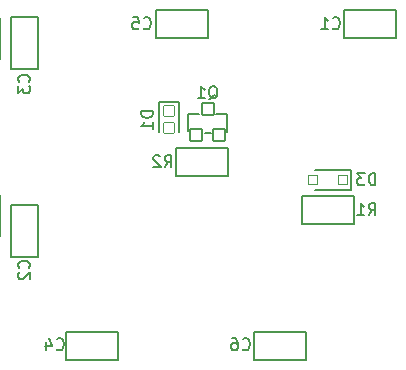
<source format=gbo>
G04 #@! TF.GenerationSoftware,KiCad,Pcbnew,7.0.9*
G04 #@! TF.CreationDate,2023-12-23T15:59:00+01:00*
G04 #@! TF.ProjectId,hub-1-wire,6875622d-312d-4776-9972-652e6b696361,v1.0*
G04 #@! TF.SameCoordinates,Original*
G04 #@! TF.FileFunction,Legend,Bot*
G04 #@! TF.FilePolarity,Positive*
%FSLAX46Y46*%
G04 Gerber Fmt 4.6, Leading zero omitted, Abs format (unit mm)*
G04 Created by KiCad (PCBNEW 7.0.9) date 2023-12-23 15:59:00*
%MOMM*%
%LPD*%
G01*
G04 APERTURE LIST*
G04 Aperture macros list*
%AMRoundRect*
0 Rectangle with rounded corners*
0 $1 Rounding radius*
0 $2 $3 $4 $5 $6 $7 $8 $9 X,Y pos of 4 corners*
0 Add a 4 corners polygon primitive as box body*
4,1,4,$2,$3,$4,$5,$6,$7,$8,$9,$2,$3,0*
0 Add four circle primitives for the rounded corners*
1,1,$1+$1,$2,$3*
1,1,$1+$1,$4,$5*
1,1,$1+$1,$6,$7*
1,1,$1+$1,$8,$9*
0 Add four rect primitives between the rounded corners*
20,1,$1+$1,$2,$3,$4,$5,0*
20,1,$1+$1,$4,$5,$6,$7,0*
20,1,$1+$1,$6,$7,$8,$9,0*
20,1,$1+$1,$8,$9,$2,$3,0*%
%AMFreePoly0*
4,1,13,0.686062,0.936062,0.701000,0.900000,0.701000,-0.900000,0.686062,-0.936062,0.650000,-0.951000,-0.650000,-0.951000,-0.686062,-0.936062,-0.701000,-0.900000,-0.701000,0.900000,-0.686062,0.936062,-0.650000,0.951000,0.650000,0.951000,0.686062,0.936062,0.686062,0.936062,$1*%
G04 Aperture macros list end*
%ADD10C,0.160000*%
%ADD11C,3.300000*%
%ADD12C,6.102000*%
%ADD13RoundRect,0.051000X0.500000X-0.500000X0.500000X0.500000X-0.500000X0.500000X-0.500000X-0.500000X0*%
%ADD14FreePoly0,180.000000*%
%ADD15RoundRect,0.051000X0.400000X0.400000X-0.400000X0.400000X-0.400000X-0.400000X0.400000X-0.400000X0*%
%ADD16FreePoly0,0.000000*%
%ADD17FreePoly0,270.000000*%
%ADD18RoundRect,0.051000X1.750000X1.750000X-1.750000X1.750000X-1.750000X-1.750000X1.750000X-1.750000X0*%
%ADD19C,3.602000*%
%ADD20RoundRect,0.051000X1.750000X-1.750000X1.750000X1.750000X-1.750000X1.750000X-1.750000X-1.750000X0*%
%ADD21RoundRect,0.051000X-1.750000X-1.750000X1.750000X-1.750000X1.750000X1.750000X-1.750000X1.750000X0*%
%ADD22C,3.402000*%
%ADD23C,1.602000*%
%ADD24RoundRect,0.051000X-0.450000X0.450000X-0.450000X-0.450000X0.450000X-0.450000X0.450000X0.450000X0*%
%ADD25C,0.902000*%
G04 APERTURE END LIST*
D10*
X153765238Y-81067537D02*
X153860476Y-81019918D01*
X153860476Y-81019918D02*
X153955714Y-80924680D01*
X153955714Y-80924680D02*
X154098571Y-80781822D01*
X154098571Y-80781822D02*
X154193809Y-80734203D01*
X154193809Y-80734203D02*
X154289047Y-80734203D01*
X154241428Y-80972299D02*
X154336666Y-80924680D01*
X154336666Y-80924680D02*
X154431904Y-80829441D01*
X154431904Y-80829441D02*
X154479523Y-80638965D01*
X154479523Y-80638965D02*
X154479523Y-80305632D01*
X154479523Y-80305632D02*
X154431904Y-80115156D01*
X154431904Y-80115156D02*
X154336666Y-80019918D01*
X154336666Y-80019918D02*
X154241428Y-79972299D01*
X154241428Y-79972299D02*
X154050952Y-79972299D01*
X154050952Y-79972299D02*
X153955714Y-80019918D01*
X153955714Y-80019918D02*
X153860476Y-80115156D01*
X153860476Y-80115156D02*
X153812857Y-80305632D01*
X153812857Y-80305632D02*
X153812857Y-80638965D01*
X153812857Y-80638965D02*
X153860476Y-80829441D01*
X153860476Y-80829441D02*
X153955714Y-80924680D01*
X153955714Y-80924680D02*
X154050952Y-80972299D01*
X154050952Y-80972299D02*
X154241428Y-80972299D01*
X152860476Y-80972299D02*
X153431904Y-80972299D01*
X153146190Y-80972299D02*
X153146190Y-79972299D01*
X153146190Y-79972299D02*
X153241428Y-80115156D01*
X153241428Y-80115156D02*
X153336666Y-80210394D01*
X153336666Y-80210394D02*
X153431904Y-80258013D01*
X150026666Y-86814299D02*
X150359999Y-86338108D01*
X150598094Y-86814299D02*
X150598094Y-85814299D01*
X150598094Y-85814299D02*
X150217142Y-85814299D01*
X150217142Y-85814299D02*
X150121904Y-85861918D01*
X150121904Y-85861918D02*
X150074285Y-85909537D01*
X150074285Y-85909537D02*
X150026666Y-86004775D01*
X150026666Y-86004775D02*
X150026666Y-86147632D01*
X150026666Y-86147632D02*
X150074285Y-86242870D01*
X150074285Y-86242870D02*
X150121904Y-86290489D01*
X150121904Y-86290489D02*
X150217142Y-86338108D01*
X150217142Y-86338108D02*
X150598094Y-86338108D01*
X149645713Y-85909537D02*
X149598094Y-85861918D01*
X149598094Y-85861918D02*
X149502856Y-85814299D01*
X149502856Y-85814299D02*
X149264761Y-85814299D01*
X149264761Y-85814299D02*
X149169523Y-85861918D01*
X149169523Y-85861918D02*
X149121904Y-85909537D01*
X149121904Y-85909537D02*
X149074285Y-86004775D01*
X149074285Y-86004775D02*
X149074285Y-86100013D01*
X149074285Y-86100013D02*
X149121904Y-86242870D01*
X149121904Y-86242870D02*
X149693332Y-86814299D01*
X149693332Y-86814299D02*
X149074285Y-86814299D01*
X167298666Y-90878299D02*
X167631999Y-90402108D01*
X167870094Y-90878299D02*
X167870094Y-89878299D01*
X167870094Y-89878299D02*
X167489142Y-89878299D01*
X167489142Y-89878299D02*
X167393904Y-89925918D01*
X167393904Y-89925918D02*
X167346285Y-89973537D01*
X167346285Y-89973537D02*
X167298666Y-90068775D01*
X167298666Y-90068775D02*
X167298666Y-90211632D01*
X167298666Y-90211632D02*
X167346285Y-90306870D01*
X167346285Y-90306870D02*
X167393904Y-90354489D01*
X167393904Y-90354489D02*
X167489142Y-90402108D01*
X167489142Y-90402108D02*
X167870094Y-90402108D01*
X166346285Y-90878299D02*
X166917713Y-90878299D01*
X166631999Y-90878299D02*
X166631999Y-89878299D01*
X166631999Y-89878299D02*
X166727237Y-90021156D01*
X166727237Y-90021156D02*
X166822475Y-90116394D01*
X166822475Y-90116394D02*
X166917713Y-90164013D01*
X167870094Y-88338299D02*
X167870094Y-87338299D01*
X167870094Y-87338299D02*
X167631999Y-87338299D01*
X167631999Y-87338299D02*
X167489142Y-87385918D01*
X167489142Y-87385918D02*
X167393904Y-87481156D01*
X167393904Y-87481156D02*
X167346285Y-87576394D01*
X167346285Y-87576394D02*
X167298666Y-87766870D01*
X167298666Y-87766870D02*
X167298666Y-87909727D01*
X167298666Y-87909727D02*
X167346285Y-88100203D01*
X167346285Y-88100203D02*
X167393904Y-88195441D01*
X167393904Y-88195441D02*
X167489142Y-88290680D01*
X167489142Y-88290680D02*
X167631999Y-88338299D01*
X167631999Y-88338299D02*
X167870094Y-88338299D01*
X166965332Y-87338299D02*
X166346285Y-87338299D01*
X166346285Y-87338299D02*
X166679618Y-87719251D01*
X166679618Y-87719251D02*
X166536761Y-87719251D01*
X166536761Y-87719251D02*
X166441523Y-87766870D01*
X166441523Y-87766870D02*
X166393904Y-87814489D01*
X166393904Y-87814489D02*
X166346285Y-87909727D01*
X166346285Y-87909727D02*
X166346285Y-88147822D01*
X166346285Y-88147822D02*
X166393904Y-88243060D01*
X166393904Y-88243060D02*
X166441523Y-88290680D01*
X166441523Y-88290680D02*
X166536761Y-88338299D01*
X166536761Y-88338299D02*
X166822475Y-88338299D01*
X166822475Y-88338299D02*
X166917713Y-88290680D01*
X166917713Y-88290680D02*
X166965332Y-88243060D01*
X156630666Y-102213060D02*
X156678285Y-102260680D01*
X156678285Y-102260680D02*
X156821142Y-102308299D01*
X156821142Y-102308299D02*
X156916380Y-102308299D01*
X156916380Y-102308299D02*
X157059237Y-102260680D01*
X157059237Y-102260680D02*
X157154475Y-102165441D01*
X157154475Y-102165441D02*
X157202094Y-102070203D01*
X157202094Y-102070203D02*
X157249713Y-101879727D01*
X157249713Y-101879727D02*
X157249713Y-101736870D01*
X157249713Y-101736870D02*
X157202094Y-101546394D01*
X157202094Y-101546394D02*
X157154475Y-101451156D01*
X157154475Y-101451156D02*
X157059237Y-101355918D01*
X157059237Y-101355918D02*
X156916380Y-101308299D01*
X156916380Y-101308299D02*
X156821142Y-101308299D01*
X156821142Y-101308299D02*
X156678285Y-101355918D01*
X156678285Y-101355918D02*
X156630666Y-101403537D01*
X155773523Y-101308299D02*
X155963999Y-101308299D01*
X155963999Y-101308299D02*
X156059237Y-101355918D01*
X156059237Y-101355918D02*
X156106856Y-101403537D01*
X156106856Y-101403537D02*
X156202094Y-101546394D01*
X156202094Y-101546394D02*
X156249713Y-101736870D01*
X156249713Y-101736870D02*
X156249713Y-102117822D01*
X156249713Y-102117822D02*
X156202094Y-102213060D01*
X156202094Y-102213060D02*
X156154475Y-102260680D01*
X156154475Y-102260680D02*
X156059237Y-102308299D01*
X156059237Y-102308299D02*
X155868761Y-102308299D01*
X155868761Y-102308299D02*
X155773523Y-102260680D01*
X155773523Y-102260680D02*
X155725904Y-102213060D01*
X155725904Y-102213060D02*
X155678285Y-102117822D01*
X155678285Y-102117822D02*
X155678285Y-101879727D01*
X155678285Y-101879727D02*
X155725904Y-101784489D01*
X155725904Y-101784489D02*
X155773523Y-101736870D01*
X155773523Y-101736870D02*
X155868761Y-101689251D01*
X155868761Y-101689251D02*
X156059237Y-101689251D01*
X156059237Y-101689251D02*
X156154475Y-101736870D01*
X156154475Y-101736870D02*
X156202094Y-101784489D01*
X156202094Y-101784489D02*
X156249713Y-101879727D01*
X148248666Y-75035060D02*
X148296285Y-75082680D01*
X148296285Y-75082680D02*
X148439142Y-75130299D01*
X148439142Y-75130299D02*
X148534380Y-75130299D01*
X148534380Y-75130299D02*
X148677237Y-75082680D01*
X148677237Y-75082680D02*
X148772475Y-74987441D01*
X148772475Y-74987441D02*
X148820094Y-74892203D01*
X148820094Y-74892203D02*
X148867713Y-74701727D01*
X148867713Y-74701727D02*
X148867713Y-74558870D01*
X148867713Y-74558870D02*
X148820094Y-74368394D01*
X148820094Y-74368394D02*
X148772475Y-74273156D01*
X148772475Y-74273156D02*
X148677237Y-74177918D01*
X148677237Y-74177918D02*
X148534380Y-74130299D01*
X148534380Y-74130299D02*
X148439142Y-74130299D01*
X148439142Y-74130299D02*
X148296285Y-74177918D01*
X148296285Y-74177918D02*
X148248666Y-74225537D01*
X147343904Y-74130299D02*
X147820094Y-74130299D01*
X147820094Y-74130299D02*
X147867713Y-74606489D01*
X147867713Y-74606489D02*
X147820094Y-74558870D01*
X147820094Y-74558870D02*
X147724856Y-74511251D01*
X147724856Y-74511251D02*
X147486761Y-74511251D01*
X147486761Y-74511251D02*
X147391523Y-74558870D01*
X147391523Y-74558870D02*
X147343904Y-74606489D01*
X147343904Y-74606489D02*
X147296285Y-74701727D01*
X147296285Y-74701727D02*
X147296285Y-74939822D01*
X147296285Y-74939822D02*
X147343904Y-75035060D01*
X147343904Y-75035060D02*
X147391523Y-75082680D01*
X147391523Y-75082680D02*
X147486761Y-75130299D01*
X147486761Y-75130299D02*
X147724856Y-75130299D01*
X147724856Y-75130299D02*
X147820094Y-75082680D01*
X147820094Y-75082680D02*
X147867713Y-75035060D01*
X140882666Y-102213060D02*
X140930285Y-102260680D01*
X140930285Y-102260680D02*
X141073142Y-102308299D01*
X141073142Y-102308299D02*
X141168380Y-102308299D01*
X141168380Y-102308299D02*
X141311237Y-102260680D01*
X141311237Y-102260680D02*
X141406475Y-102165441D01*
X141406475Y-102165441D02*
X141454094Y-102070203D01*
X141454094Y-102070203D02*
X141501713Y-101879727D01*
X141501713Y-101879727D02*
X141501713Y-101736870D01*
X141501713Y-101736870D02*
X141454094Y-101546394D01*
X141454094Y-101546394D02*
X141406475Y-101451156D01*
X141406475Y-101451156D02*
X141311237Y-101355918D01*
X141311237Y-101355918D02*
X141168380Y-101308299D01*
X141168380Y-101308299D02*
X141073142Y-101308299D01*
X141073142Y-101308299D02*
X140930285Y-101355918D01*
X140930285Y-101355918D02*
X140882666Y-101403537D01*
X140025523Y-101641632D02*
X140025523Y-102308299D01*
X140263618Y-101260680D02*
X140501713Y-101974965D01*
X140501713Y-101974965D02*
X139882666Y-101974965D01*
X138535060Y-79589333D02*
X138582680Y-79541714D01*
X138582680Y-79541714D02*
X138630299Y-79398857D01*
X138630299Y-79398857D02*
X138630299Y-79303619D01*
X138630299Y-79303619D02*
X138582680Y-79160762D01*
X138582680Y-79160762D02*
X138487441Y-79065524D01*
X138487441Y-79065524D02*
X138392203Y-79017905D01*
X138392203Y-79017905D02*
X138201727Y-78970286D01*
X138201727Y-78970286D02*
X138058870Y-78970286D01*
X138058870Y-78970286D02*
X137868394Y-79017905D01*
X137868394Y-79017905D02*
X137773156Y-79065524D01*
X137773156Y-79065524D02*
X137677918Y-79160762D01*
X137677918Y-79160762D02*
X137630299Y-79303619D01*
X137630299Y-79303619D02*
X137630299Y-79398857D01*
X137630299Y-79398857D02*
X137677918Y-79541714D01*
X137677918Y-79541714D02*
X137725537Y-79589333D01*
X137630299Y-79922667D02*
X137630299Y-80541714D01*
X137630299Y-80541714D02*
X138011251Y-80208381D01*
X138011251Y-80208381D02*
X138011251Y-80351238D01*
X138011251Y-80351238D02*
X138058870Y-80446476D01*
X138058870Y-80446476D02*
X138106489Y-80494095D01*
X138106489Y-80494095D02*
X138201727Y-80541714D01*
X138201727Y-80541714D02*
X138439822Y-80541714D01*
X138439822Y-80541714D02*
X138535060Y-80494095D01*
X138535060Y-80494095D02*
X138582680Y-80446476D01*
X138582680Y-80446476D02*
X138630299Y-80351238D01*
X138630299Y-80351238D02*
X138630299Y-80065524D01*
X138630299Y-80065524D02*
X138582680Y-79970286D01*
X138582680Y-79970286D02*
X138535060Y-79922667D01*
X138535060Y-95337333D02*
X138582680Y-95289714D01*
X138582680Y-95289714D02*
X138630299Y-95146857D01*
X138630299Y-95146857D02*
X138630299Y-95051619D01*
X138630299Y-95051619D02*
X138582680Y-94908762D01*
X138582680Y-94908762D02*
X138487441Y-94813524D01*
X138487441Y-94813524D02*
X138392203Y-94765905D01*
X138392203Y-94765905D02*
X138201727Y-94718286D01*
X138201727Y-94718286D02*
X138058870Y-94718286D01*
X138058870Y-94718286D02*
X137868394Y-94765905D01*
X137868394Y-94765905D02*
X137773156Y-94813524D01*
X137773156Y-94813524D02*
X137677918Y-94908762D01*
X137677918Y-94908762D02*
X137630299Y-95051619D01*
X137630299Y-95051619D02*
X137630299Y-95146857D01*
X137630299Y-95146857D02*
X137677918Y-95289714D01*
X137677918Y-95289714D02*
X137725537Y-95337333D01*
X137725537Y-95718286D02*
X137677918Y-95765905D01*
X137677918Y-95765905D02*
X137630299Y-95861143D01*
X137630299Y-95861143D02*
X137630299Y-96099238D01*
X137630299Y-96099238D02*
X137677918Y-96194476D01*
X137677918Y-96194476D02*
X137725537Y-96242095D01*
X137725537Y-96242095D02*
X137820775Y-96289714D01*
X137820775Y-96289714D02*
X137916013Y-96289714D01*
X137916013Y-96289714D02*
X138058870Y-96242095D01*
X138058870Y-96242095D02*
X138630299Y-95670667D01*
X138630299Y-95670667D02*
X138630299Y-96289714D01*
X149044299Y-82065905D02*
X148044299Y-82065905D01*
X148044299Y-82065905D02*
X148044299Y-82304000D01*
X148044299Y-82304000D02*
X148091918Y-82446857D01*
X148091918Y-82446857D02*
X148187156Y-82542095D01*
X148187156Y-82542095D02*
X148282394Y-82589714D01*
X148282394Y-82589714D02*
X148472870Y-82637333D01*
X148472870Y-82637333D02*
X148615727Y-82637333D01*
X148615727Y-82637333D02*
X148806203Y-82589714D01*
X148806203Y-82589714D02*
X148901441Y-82542095D01*
X148901441Y-82542095D02*
X148996680Y-82446857D01*
X148996680Y-82446857D02*
X149044299Y-82304000D01*
X149044299Y-82304000D02*
X149044299Y-82065905D01*
X149044299Y-83589714D02*
X149044299Y-83018286D01*
X149044299Y-83304000D02*
X148044299Y-83304000D01*
X148044299Y-83304000D02*
X148187156Y-83208762D01*
X148187156Y-83208762D02*
X148282394Y-83113524D01*
X148282394Y-83113524D02*
X148330013Y-83018286D01*
X164250666Y-75035060D02*
X164298285Y-75082680D01*
X164298285Y-75082680D02*
X164441142Y-75130299D01*
X164441142Y-75130299D02*
X164536380Y-75130299D01*
X164536380Y-75130299D02*
X164679237Y-75082680D01*
X164679237Y-75082680D02*
X164774475Y-74987441D01*
X164774475Y-74987441D02*
X164822094Y-74892203D01*
X164822094Y-74892203D02*
X164869713Y-74701727D01*
X164869713Y-74701727D02*
X164869713Y-74558870D01*
X164869713Y-74558870D02*
X164822094Y-74368394D01*
X164822094Y-74368394D02*
X164774475Y-74273156D01*
X164774475Y-74273156D02*
X164679237Y-74177918D01*
X164679237Y-74177918D02*
X164536380Y-74130299D01*
X164536380Y-74130299D02*
X164441142Y-74130299D01*
X164441142Y-74130299D02*
X164298285Y-74177918D01*
X164298285Y-74177918D02*
X164250666Y-74225537D01*
X163298285Y-75130299D02*
X163869713Y-75130299D01*
X163583999Y-75130299D02*
X163583999Y-74130299D01*
X163583999Y-74130299D02*
X163679237Y-74273156D01*
X163679237Y-74273156D02*
X163774475Y-74368394D01*
X163774475Y-74368394D02*
X163869713Y-74416013D01*
X153924000Y-83947000D02*
X153416000Y-83947000D01*
X155321000Y-82298000D02*
X155321000Y-83820000D01*
X155321000Y-82298000D02*
X154391000Y-82298000D01*
X152019000Y-82298000D02*
X152019000Y-83758000D01*
X152019000Y-82298000D02*
X152949000Y-82298000D01*
X155362000Y-85180000D02*
X150962000Y-85180000D01*
X155362000Y-87540000D02*
X155362000Y-85180000D01*
X150962000Y-85180000D02*
X150962000Y-87540000D01*
X150962000Y-87540000D02*
X155362000Y-87540000D01*
X166030000Y-89244000D02*
X161630000Y-89244000D01*
X166030000Y-91604000D02*
X166030000Y-89244000D01*
X161630000Y-89244000D02*
X161630000Y-91604000D01*
X161630000Y-91604000D02*
X166030000Y-91604000D01*
X165798500Y-87034000D02*
X165798500Y-88734000D01*
X165798500Y-87034000D02*
X162780000Y-87034000D01*
X165798500Y-88734000D02*
X162780000Y-88734000D01*
X157566000Y-103161000D02*
X161966000Y-103161000D01*
X157566000Y-100801000D02*
X157566000Y-103161000D01*
X161966000Y-103161000D02*
X161966000Y-100801000D01*
X161966000Y-100801000D02*
X157566000Y-100801000D01*
X153711000Y-73496000D02*
X149311000Y-73496000D01*
X153711000Y-75856000D02*
X153711000Y-73496000D01*
X149311000Y-73496000D02*
X149311000Y-75856000D01*
X149311000Y-75856000D02*
X153711000Y-75856000D01*
X141691000Y-103161000D02*
X146091000Y-103161000D01*
X141691000Y-100801000D02*
X141691000Y-103161000D01*
X146091000Y-103161000D02*
X146091000Y-100801000D01*
X146091000Y-100801000D02*
X141691000Y-100801000D01*
X136996000Y-74127000D02*
X136996000Y-78527000D01*
X139356000Y-74127000D02*
X136996000Y-74127000D01*
X136996000Y-78527000D02*
X139356000Y-78527000D01*
X139356000Y-78527000D02*
X139356000Y-74127000D01*
X136996000Y-90002000D02*
X136996000Y-94402000D01*
X139356000Y-90002000D02*
X136996000Y-90002000D01*
X136996000Y-94402000D02*
X139356000Y-94402000D01*
X139356000Y-94402000D02*
X139356000Y-90002000D01*
X149518000Y-81280000D02*
X151218000Y-81280000D01*
X149518000Y-81280000D02*
X149518000Y-83854000D01*
X151218000Y-81280000D02*
X151218000Y-83854000D01*
X169586000Y-73496000D02*
X165186000Y-73496000D01*
X169586000Y-75856000D02*
X169586000Y-73496000D01*
X165186000Y-73496000D02*
X165186000Y-75856000D01*
X165186000Y-75856000D02*
X169586000Y-75856000D01*
D11*
X166751000Y-94108000D03*
X166751000Y-82676000D03*
%LPC*%
D12*
X175006000Y-107696000D03*
X135636000Y-107696000D03*
X175006000Y-69596000D03*
X135636000Y-69596000D03*
D13*
X154620000Y-84058000D03*
X152720000Y-84058000D03*
X153670000Y-81858000D03*
D14*
X154432000Y-86360000D03*
X151892000Y-86360000D03*
X165100000Y-90424000D03*
X162560000Y-90424000D03*
D15*
X165100000Y-87884000D03*
X162560000Y-87884000D03*
D16*
X158496000Y-101981000D03*
X161036000Y-101981000D03*
D14*
X152781000Y-74676000D03*
X150241000Y-74676000D03*
D16*
X142621000Y-101981000D03*
X145161000Y-101981000D03*
D17*
X138176000Y-75057000D03*
X138176000Y-77597000D03*
X138176000Y-90932000D03*
X138176000Y-93472000D03*
D18*
X157734000Y-105791000D03*
D19*
X162814000Y-105791000D03*
X167894000Y-105791000D03*
D18*
X142748000Y-105791000D03*
D19*
X147828000Y-105791000D03*
X152908000Y-105791000D03*
D20*
X134366000Y-90932000D03*
D19*
X134366000Y-96012000D03*
X134366000Y-101092000D03*
D20*
X134366000Y-75946000D03*
D19*
X134366000Y-81026000D03*
X134366000Y-86106000D03*
D21*
X152908000Y-70866000D03*
D19*
X147828000Y-70866000D03*
X142748000Y-70866000D03*
D21*
X167894000Y-70866000D03*
D19*
X162814000Y-70866000D03*
X157734000Y-70866000D03*
D22*
X166751000Y-94108000D03*
X166751000Y-82676000D03*
D23*
X160401000Y-92836000D03*
X157861000Y-91566000D03*
X160401000Y-90296000D03*
X157861000Y-89026000D03*
X160401000Y-87756000D03*
X157861000Y-86486000D03*
X160401000Y-85216000D03*
X157861000Y-83946000D03*
D24*
X150368000Y-82079000D03*
X150368000Y-83529000D03*
D14*
X168656000Y-74676000D03*
X166116000Y-74676000D03*
D25*
X143891000Y-79121000D03*
X168656000Y-76581000D03*
X152781000Y-76581000D03*
X146812000Y-82042000D03*
X140081000Y-90932000D03*
X142621000Y-100076000D03*
X155321000Y-100711000D03*
X157226000Y-96901000D03*
%LPD*%
M02*

</source>
